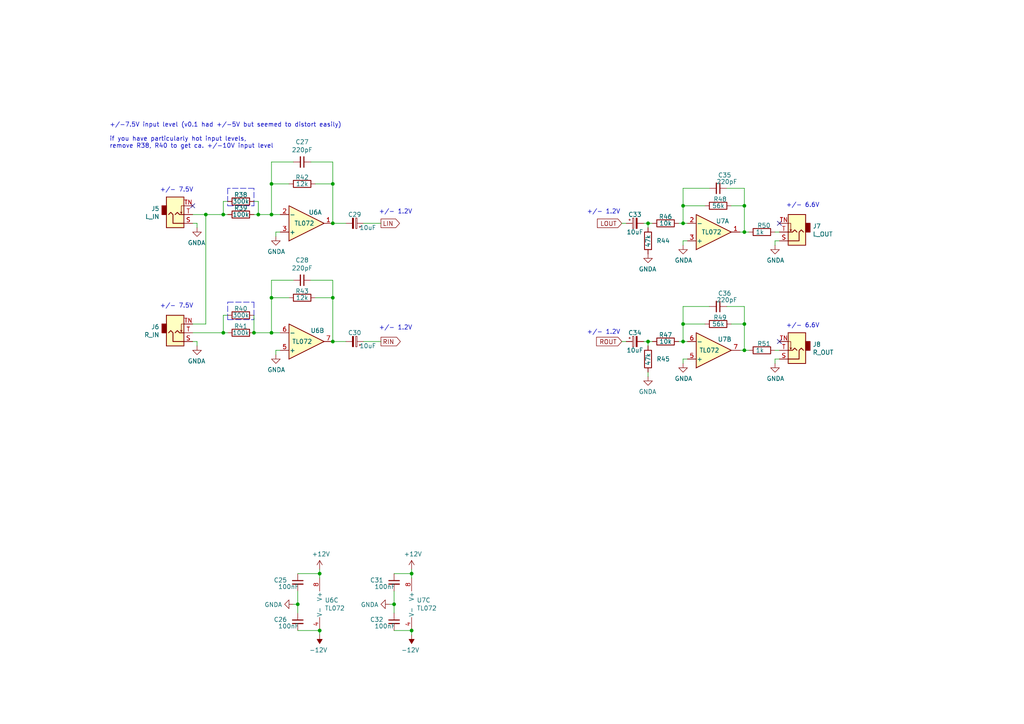
<source format=kicad_sch>
(kicad_sch (version 20211123) (generator eeschema)
  (paper "A4")
  (lib_symbols
    (symbol "Amplifier_Operational:TL072" (pin_names (offset 0.127))
      (property "Reference" "U" (at 0 5.08 0))
      (property "Value" "TL072" (at 0 -5.08 0))
      (symbol "TL072_1_1"
        (polyline (pts (xy -5.08 5.08) (xy 5.08 0) (xy -5.08 -5.08) (xy -5.08 5.08)) (stroke (width 0.254)) (fill (type background)))
        (pin output line (at 7.62 0 180) (length 2.54) (name "~") (number "1"))
        (pin input line (at -7.62 -2.54 0) (length 2.54) (name "-") (number "2"))
        (pin input line (at -7.62 2.54 0) (length 2.54) (name "+") (number "3"))
      )
      (symbol "TL072_2_1"
        (polyline (pts (xy -5.08 5.08) (xy 5.08 0) (xy -5.08 -5.08) (xy -5.08 5.08)) (stroke (width 0.254)) (fill (type background)))
        (pin input line (at -7.62 2.54 0) (length 2.54) (name "+") (number "5"))
        (pin input line (at -7.62 -2.54 0) (length 2.54) (name "-") (number "6"))
        (pin output line (at 7.62 0 180) (length 2.54) (name "~") (number "7"))
      )
      (symbol "TL072_3_1"
        (pin power_in line (at -2.54 -7.62 90) (length 3.81) (name "V-") (number "4"))
        (pin power_in line (at -2.54 7.62 270) (length 3.81) (name "V+") (number "8"))
      )
    )
    (symbol "Connector:AudioJack2_SwitchT"
      (property "Reference" "J" (at 0 8.89 0))
      (property "Value" "AudioJack2_SwitchT" (at 0 6.35 0))
      (symbol "AudioJack2_SwitchT_0_1"
        (rectangle (start -2.54 0) (end -3.81 -2.54) (stroke (width 0.254)) (fill (type outline)))
        (polyline (pts (xy 1.778 -0.254) (xy 2.032 -0.762)))
        (polyline (pts (xy 0 0) (xy 0.635 -0.635) (xy 1.27 0) (xy 2.54 0)) (stroke (width 0.254)))
        (polyline (pts (xy 2.54 -2.54) (xy 1.778 -2.54) (xy 1.778 -0.254) (xy 1.524 -0.762)))
        (polyline (pts (xy 2.54 2.54) (xy -0.635 2.54) (xy -0.635 0) (xy -1.27 -0.635) (xy -1.905 0)) (stroke (width 0.254)))
        (rectangle (start 2.54 3.81) (end -2.54 -5.08) (stroke (width 0.254)) (fill (type background)))
      )
      (symbol "AudioJack2_SwitchT_1_1"
        (pin passive line (at 5.08 2.54 180) (length 2.54) (name "~") (number "S"))
        (pin passive line (at 5.08 0 180) (length 2.54) (name "~") (number "T"))
        (pin passive line (at 5.08 -2.54 180) (length 2.54) (name "~") (number "TN"))
      )
    )
    (symbol "Device:C_Polarized_Small" (pin_numbers hide) (pin_names (offset 0.254) hide)
      (property "Reference" "C" (at 0.254 1.778 0))
      (property "Value" "C_Polarized_Small" (at 0.254 -2.032 0))
      (symbol "C_Polarized_Small_0_1"
        (rectangle (start -1.524 -0.3048) (end 1.524 -0.6858) (fill (type outline)))
        (rectangle (start -1.524 0.6858) (end 1.524 0.3048))
        (polyline (pts (xy -1.27 1.524) (xy -0.762 1.524)))
        (polyline (pts (xy -1.016 1.27) (xy -1.016 1.778)))
      )
      (symbol "C_Polarized_Small_1_1"
        (pin passive line (at 0 2.54 270) (length 1.8542) (name "~") (number "1"))
        (pin passive line (at 0 -2.54 90) (length 1.8542) (name "~") (number "2"))
      )
    )
    (symbol "Device:C_Small" (pin_numbers hide) (pin_names (offset 0.254) hide)
      (property "Reference" "C" (at 0.254 1.778 0))
      (property "Value" "C_Small" (at 0.254 -2.032 0))
      (symbol "C_Small_0_1"
        (polyline (pts (xy -1.524 -0.508) (xy 1.524 -0.508)) (stroke (width 0.3302)))
        (polyline (pts (xy -1.524 0.508) (xy 1.524 0.508)) (stroke (width 0.3048)))
      )
      (symbol "C_Small_1_1"
        (pin passive line (at 0 2.54 270) (length 2.032) (name "~") (number "1"))
        (pin passive line (at 0 -2.54 90) (length 2.032) (name "~") (number "2"))
      )
    )
    (symbol "Device:R" (pin_numbers hide) (pin_names (offset 0))
      (property "Reference" "R" (at 2.032 0 90))
      (property "Value" "R" (at 0 0 90))
      (symbol "R_0_1"
        (rectangle (start -1.016 -2.54) (end 1.016 2.54) (stroke (width 0.254)))
      )
      (symbol "R_1_1"
        (pin passive line (at 0 3.81 270) (length 1.27) (name "~") (number "1"))
        (pin passive line (at 0 -3.81 90) (length 1.27) (name "~") (number "2"))
      )
    )
    (symbol "power:+12V" (power) (pin_names (offset 0))
      (property "Value" "+12V" (at 0 3.556 0))
      (symbol "+12V_0_1"
        (polyline (pts (xy -0.762 1.27) (xy 0 2.54)))
        (polyline (pts (xy 0 0) (xy 0 2.54)))
        (polyline (pts (xy 0 2.54) (xy 0.762 1.27)))
      )
      (symbol "+12V_1_1"
        (pin power_in line (at 0 0 90) (length 0) hide (name "+12V") (number "1"))
      )
    )
    (symbol "power:-12V" (power) (pin_names (offset 0))
      (property "Value" "-12V" (at 0 3.81 0))
      (symbol "-12V_0_0"
        (pin power_in line (at 0 0 90) (length 0) hide (name "-12V") (number "1"))
      )
      (symbol "-12V_0_1"
        (polyline (pts (xy 0 0) (xy 0 1.27) (xy 0.762 1.27) (xy 0 2.54) (xy -0.762 1.27) (xy 0 1.27)) (fill (type outline)))
      )
    )
    (symbol "power:GNDA" (power) (pin_names (offset 0))
      (property "Value" "GNDA" (at 0 -3.81 0))
      (symbol "GNDA_0_1"
        (polyline (pts (xy 0 0) (xy 0 -1.27) (xy 1.27 -1.27) (xy 0 -2.54) (xy -1.27 -1.27) (xy 0 -1.27)))
      )
      (symbol "GNDA_1_1"
        (pin power_in line (at 0 0 270) (length 0) hide (name "GNDA") (number "1"))
      )
    )
  )
  (junction (at 78.74 86.36))
  (junction (at 187.96 99.06))
  (junction (at 78.74 62.23))
  (junction (at 96.52 53.34))
  (junction (at 198.12 93.98))
  (junction (at 96.52 64.77))
  (junction (at 73.66 96.52))
  (junction (at 96.52 99.06))
  (junction (at 215.9 67.31))
  (junction (at 119.38 166.37))
  (junction (at 74.93 62.23))
  (junction (at 78.74 96.52))
  (junction (at 96.52 86.36))
  (junction (at 114.3 175.26))
  (junction (at 198.12 59.69))
  (junction (at 64.77 62.23))
  (junction (at 59.69 62.23))
  (junction (at 119.38 182.88))
  (junction (at 187.96 64.77))
  (junction (at 64.77 96.52))
  (junction (at 198.12 99.06))
  (junction (at 92.71 182.88))
  (junction (at 198.12 64.77))
  (junction (at 86.36 175.26))
  (junction (at 215.9 101.6))
  (junction (at 215.9 93.98))
  (junction (at 215.9 59.69))
  (junction (at 92.71 166.37))
  (junction (at 78.74 53.34))
  (no_connect (at 55.88 59.69))
  (no_connect (at 226.06 99.06))
  (no_connect (at 226.06 64.77))
  (wire (pts (xy 224.79 69.85) (xy 226.06 69.85)))
  (wire (pts (xy 198.12 54.61) (xy 205.74 54.61)))
  (wire (pts (xy 64.77 62.23) (xy 66.04 62.23)))
  (polyline (pts (xy 66.04 59.69) (xy 73.66 59.69)))
  (wire (pts (xy 215.9 67.31) (xy 214.63 67.31)))
  (wire (pts (xy 57.15 100.33) (xy 57.15 99.06)))
  (wire (pts (xy 91.44 53.34) (xy 96.52 53.34)))
  (wire (pts (xy 119.38 182.88) (xy 114.3 182.88)))
  (wire (pts (xy 96.52 81.28) (xy 96.52 86.36)))
  (wire (pts (xy 78.74 62.23) (xy 74.93 62.23)))
  (polyline (pts (xy 66.04 54.61) (xy 66.04 59.69)))
  (wire (pts (xy 80.01 102.87) (xy 80.01 101.6)))
  (wire (pts (xy 198.12 64.77) (xy 196.85 64.77)))
  (wire (pts (xy 78.74 96.52) (xy 81.28 96.52)))
  (polyline (pts (xy 73.66 54.61) (xy 66.04 54.61)))
  (wire (pts (xy 92.71 165.1) (xy 92.71 166.37)))
  (wire (pts (xy 91.44 86.36) (xy 96.52 86.36)))
  (wire (pts (xy 78.74 81.28) (xy 78.74 86.36)))
  (wire (pts (xy 86.36 175.26) (xy 86.36 171.45)))
  (wire (pts (xy 78.74 86.36) (xy 78.74 96.52)))
  (wire (pts (xy 199.39 64.77) (xy 198.12 64.77)))
  (wire (pts (xy 110.49 64.77) (xy 105.41 64.77)))
  (wire (pts (xy 59.69 62.23) (xy 59.69 93.98)))
  (wire (pts (xy 85.09 175.26) (xy 86.36 175.26)))
  (wire (pts (xy 189.23 64.77) (xy 187.96 64.77)))
  (wire (pts (xy 96.52 86.36) (xy 96.52 99.06)))
  (wire (pts (xy 187.96 64.77) (xy 187.96 66.04)))
  (wire (pts (xy 110.49 99.06) (xy 105.41 99.06)))
  (wire (pts (xy 215.9 88.9) (xy 215.9 93.98)))
  (wire (pts (xy 198.12 105.41) (xy 198.12 104.14)))
  (wire (pts (xy 66.04 91.44) (xy 64.77 91.44)))
  (wire (pts (xy 224.79 71.12) (xy 224.79 69.85)))
  (wire (pts (xy 119.38 184.15) (xy 119.38 182.88)))
  (wire (pts (xy 92.71 184.15) (xy 92.71 182.88)))
  (wire (pts (xy 198.12 93.98) (xy 198.12 88.9)))
  (wire (pts (xy 78.74 53.34) (xy 78.74 62.23)))
  (wire (pts (xy 215.9 54.61) (xy 215.9 59.69)))
  (wire (pts (xy 224.79 104.14) (xy 226.06 104.14)))
  (wire (pts (xy 57.15 64.77) (xy 55.88 64.77)))
  (polyline (pts (xy 73.66 59.69) (xy 73.66 54.61)))
  (wire (pts (xy 198.12 99.06) (xy 198.12 93.98)))
  (wire (pts (xy 80.01 67.31) (xy 81.28 67.31)))
  (wire (pts (xy 86.36 177.8) (xy 86.36 175.26)))
  (wire (pts (xy 198.12 69.85) (xy 199.39 69.85)))
  (wire (pts (xy 74.93 62.23) (xy 73.66 62.23)))
  (wire (pts (xy 215.9 93.98) (xy 215.9 101.6)))
  (wire (pts (xy 198.12 59.69) (xy 198.12 54.61)))
  (wire (pts (xy 78.74 46.99) (xy 85.09 46.99)))
  (wire (pts (xy 113.03 175.26) (xy 114.3 175.26)))
  (wire (pts (xy 186.69 64.77) (xy 187.96 64.77)))
  (wire (pts (xy 198.12 88.9) (xy 205.74 88.9)))
  (wire (pts (xy 215.9 59.69) (xy 215.9 67.31)))
  (wire (pts (xy 114.3 166.37) (xy 119.38 166.37)))
  (wire (pts (xy 57.15 99.06) (xy 55.88 99.06)))
  (wire (pts (xy 198.12 59.69) (xy 204.47 59.69)))
  (wire (pts (xy 198.12 104.14) (xy 199.39 104.14)))
  (wire (pts (xy 73.66 58.42) (xy 74.93 58.42)))
  (wire (pts (xy 57.15 66.04) (xy 57.15 64.77)))
  (wire (pts (xy 78.74 53.34) (xy 78.74 46.99)))
  (wire (pts (xy 78.74 62.23) (xy 81.28 62.23)))
  (wire (pts (xy 78.74 81.28) (xy 85.09 81.28)))
  (wire (pts (xy 215.9 101.6) (xy 217.17 101.6)))
  (wire (pts (xy 90.17 81.28) (xy 96.52 81.28)))
  (polyline (pts (xy 66.04 92.71) (xy 66.04 87.63)))
  (wire (pts (xy 86.36 166.37) (xy 92.71 166.37)))
  (wire (pts (xy 210.82 88.9) (xy 215.9 88.9)))
  (wire (pts (xy 96.52 46.99) (xy 96.52 53.34)))
  (wire (pts (xy 78.74 96.52) (xy 73.66 96.52)))
  (wire (pts (xy 181.61 99.06) (xy 180.34 99.06)))
  (wire (pts (xy 215.9 101.6) (xy 214.63 101.6)))
  (wire (pts (xy 59.69 62.23) (xy 64.77 62.23)))
  (wire (pts (xy 198.12 71.12) (xy 198.12 69.85)))
  (wire (pts (xy 74.93 58.42) (xy 74.93 62.23)))
  (polyline (pts (xy 73.66 87.63) (xy 73.66 92.71)))
  (wire (pts (xy 187.96 107.95) (xy 187.96 109.22)))
  (wire (pts (xy 55.88 96.52) (xy 64.77 96.52)))
  (wire (pts (xy 198.12 64.77) (xy 198.12 59.69)))
  (polyline (pts (xy 66.04 87.63) (xy 73.66 87.63)))
  (wire (pts (xy 90.17 46.99) (xy 96.52 46.99)))
  (wire (pts (xy 186.69 99.06) (xy 187.96 99.06)))
  (wire (pts (xy 92.71 166.37) (xy 92.71 167.64)))
  (wire (pts (xy 181.61 64.77) (xy 180.34 64.77)))
  (wire (pts (xy 83.82 53.34) (xy 78.74 53.34)))
  (wire (pts (xy 189.23 99.06) (xy 187.96 99.06)))
  (wire (pts (xy 92.71 182.88) (xy 86.36 182.88)))
  (wire (pts (xy 187.96 99.06) (xy 187.96 100.33)))
  (wire (pts (xy 212.09 59.69) (xy 215.9 59.69)))
  (wire (pts (xy 100.33 99.06) (xy 96.52 99.06)))
  (wire (pts (xy 80.01 68.58) (xy 80.01 67.31)))
  (wire (pts (xy 64.77 91.44) (xy 64.77 96.52)))
  (wire (pts (xy 100.33 64.77) (xy 96.52 64.77)))
  (wire (pts (xy 215.9 67.31) (xy 217.17 67.31)))
  (wire (pts (xy 64.77 96.52) (xy 66.04 96.52)))
  (wire (pts (xy 212.09 93.98) (xy 215.9 93.98)))
  (wire (pts (xy 64.77 58.42) (xy 64.77 62.23)))
  (wire (pts (xy 224.79 105.41) (xy 224.79 104.14)))
  (wire (pts (xy 80.01 101.6) (xy 81.28 101.6)))
  (wire (pts (xy 224.79 101.6) (xy 226.06 101.6)))
  (wire (pts (xy 119.38 165.1) (xy 119.38 166.37)))
  (wire (pts (xy 210.82 54.61) (xy 215.9 54.61)))
  (wire (pts (xy 66.04 58.42) (xy 64.77 58.42)))
  (wire (pts (xy 119.38 166.37) (xy 119.38 167.64)))
  (wire (pts (xy 59.69 93.98) (xy 55.88 93.98)))
  (wire (pts (xy 83.82 86.36) (xy 78.74 86.36)))
  (wire (pts (xy 224.79 67.31) (xy 226.06 67.31)))
  (wire (pts (xy 114.3 177.8) (xy 114.3 175.26)))
  (wire (pts (xy 55.88 62.23) (xy 59.69 62.23)))
  (wire (pts (xy 198.12 93.98) (xy 204.47 93.98)))
  (wire (pts (xy 114.3 175.26) (xy 114.3 171.45)))
  (polyline (pts (xy 66.04 92.71) (xy 73.66 92.71)))
  (wire (pts (xy 73.66 91.44) (xy 73.66 96.52)))
  (wire (pts (xy 198.12 99.06) (xy 196.85 99.06)))
  (wire (pts (xy 96.52 53.34) (xy 96.52 64.77)))
  (wire (pts (xy 199.39 99.06) (xy 198.12 99.06)))
  (text "+/- 7.5V" (at 46.355 55.88 0) (effects (font (size 1.27 1.27)) (justify left bottom)))
  (text "+/-7.5V input level (v0.1 had +/-5V but seemed to distort easily)\n\nif you have particularly hot input levels,\nremove R38, R40 to get ca. +/-10V input level" (at 31.75 43.18 0) (effects (font (size 1.27 1.27)) (justify left bottom)))
  (text "+/- 1.2V" (at 170.18 97.155 0) (effects (font (size 1.27 1.27)) (justify left bottom)))
  (text "+/- 1.2V" (at 170.18 62.23 0) (effects (font (size 1.27 1.27)) (justify left bottom)))
  (text "+/- 7.5V" (at 46.355 89.535 0) (effects (font (size 1.27 1.27)) (justify left bottom)))
  (text "+/- 6.6V" (at 227.965 95.25 0) (effects (font (size 1.27 1.27)) (justify left bottom)))
  (text "+/- 1.2V" (at 109.855 62.23 0) (effects (font (size 1.27 1.27)) (justify left bottom)))
  (text "+/- 6.6V" (at 227.965 60.325 0) (effects (font (size 1.27 1.27)) (justify left bottom)))
  (text "+/- 1.2V" (at 109.855 95.885 0) (effects (font (size 1.27 1.27)) (justify left bottom)))
  (global_label "RIN" (shape output) (at 110.49 99.06 0) (property "Intersheet References" "${INTERSHEET_REFS}" (effects hide)))
  (global_label "LIN" (shape output) (at 110.49 64.77 0) (property "Intersheet References" "${INTERSHEET_REFS}" (effects hide)))
  (global_label "LOUT" (shape input) (at 180.34 64.77 180) (property "Intersheet References" "${INTERSHEET_REFS}" (effects hide)))
  (global_label "ROUT" (shape input) (at 180.34 99.06 180) (property "Intersheet References" "${INTERSHEET_REFS}" (effects hide)))
  (symbol (lib_id "Amplifier_Operational:TL072") (at 88.9 99.06 0) (mirror x) (unit 2)
    (property "Reference" "U6" (at 92.075 95.885 0))
    (property "Value" "TL072" (at 87.63 99.06 0))
    (property "Footprint" "Package_SO:SOIC-8_3.9x4.9mm_P1.27mm" (effects hide))
    (property "Datasheet" "http://www.ti.com/lit/ds/symlink/tl071.pdf" (effects hide))
    (property "LCSC" "C6961" (effects hide))
  )
  (symbol (lib_id "Device:R") (at 69.85 91.44 90) (mirror x) (unit 1)
    (property "Reference" "R40" (at 69.85 89.535 90))
    (property "Value" "300k" (at 69.85 91.44 90))
    (property "Footprint" "Resistor_SMD:R_0603_1608Metric" (effects hide))
    (property "LCSC" "C25803" (effects hide))
  )
  (symbol (lib_id "Device:R") (at 69.85 58.42 90) (mirror x) (unit 1)
    (property "Reference" "R38" (at 69.85 56.515 90))
    (property "Value" "300k" (at 69.85 58.42 90))
    (property "Footprint" "Resistor_SMD:R_0603_1608Metric" (effects hide))
    (property "LCSC" "C25803" (effects hide))
  )
  (symbol (lib_id "Device:C_Small") (at 87.63 46.99 270) (unit 1)
    (property "Reference" "C27" (at 87.63 41.1734 90))
    (property "Value" "220pF" (at 87.63 43.4848 90))
    (property "Footprint" "Capacitor_SMD:C_0603_1608Metric" (effects hide))
    (property "LCSC" "C1603" (effects hide))
  )
  (symbol (lib_id "Device:C_Small") (at 87.63 81.28 270) (unit 1)
    (property "Reference" "C28" (at 87.63 75.4634 90))
    (property "Value" "220pF" (at 87.63 77.7748 90))
    (property "Footprint" "Capacitor_SMD:C_0603_1608Metric" (effects hide))
    (property "LCSC" "C1603" (effects hide))
  )
  (symbol (lib_id "Amplifier_Operational:TL072") (at 95.25 175.26 0) (unit 3)
    (property "Reference" "U6" (at 94.1832 174.0916 0) (effects (justify left)))
    (property "Value" "TL072" (at 94.1832 176.403 0) (effects (justify left)))
    (property "Footprint" "Package_SO:SOIC-8_3.9x4.9mm_P1.27mm" (effects hide))
    (property "Datasheet" "http://www.ti.com/lit/ds/symlink/tl071.pdf" (effects hide))
    (property "LCSC" "C6961" (effects hide))
  )
  (symbol (lib_id "Device:C_Small") (at 86.36 168.91 0) (unit 1)
    (property "Reference" "C25" (at 79.375 168.275 0) (effects (justify left)))
    (property "Value" "100nF" (at 80.645 170.18 0) (effects (justify left)))
    (property "Footprint" "Capacitor_SMD:C_0603_1608Metric" (effects hide))
    (property "LCSC" "C14663" (effects hide))
  )
  (symbol (lib_id "power:+12V") (at 92.71 165.1 0) (unit 1)
    (property "Reference" "#PWR065" (effects hide))
    (property "Value" "+12V" (at 93.091 160.7058 0))
  )
  (symbol (lib_id "power:-12V") (at 92.71 184.15 180) (unit 1)
    (property "Reference" "#PWR066" (effects hide))
    (property "Value" "-12V" (at 92.329 188.5442 0))
  )
  (symbol (lib_id "Amplifier_Operational:TL072") (at 121.92 175.26 0) (unit 3)
    (property "Reference" "U7" (at 120.8532 174.0916 0) (effects (justify left)))
    (property "Value" "TL072" (at 120.8532 176.403 0) (effects (justify left)))
    (property "Footprint" "Package_SO:SOIC-8_3.9x4.9mm_P1.27mm" (effects hide))
    (property "Datasheet" "http://www.ti.com/lit/ds/symlink/tl071.pdf" (effects hide))
    (property "LCSC" "C6961" (effects hide))
  )
  (symbol (lib_id "Device:C_Small") (at 86.36 180.34 0) (unit 1)
    (property "Reference" "C26" (at 79.375 179.705 0) (effects (justify left)))
    (property "Value" "100nF" (at 80.645 181.61 0) (effects (justify left)))
    (property "Footprint" "Capacitor_SMD:C_0603_1608Metric" (effects hide))
    (property "LCSC" "C14663" (effects hide))
  )
  (symbol (lib_id "power:+12V") (at 119.38 165.1 0) (unit 1)
    (property "Reference" "#PWR068" (effects hide))
    (property "Value" "+12V" (at 119.761 160.7058 0))
  )
  (symbol (lib_id "power:-12V") (at 119.38 184.15 180) (unit 1)
    (property "Reference" "#PWR069" (effects hide))
    (property "Value" "-12V" (at 118.999 188.5442 0))
  )
  (symbol (lib_id "power:GNDA") (at 85.09 175.26 270) (unit 1)
    (property "Reference" "#PWR064" (effects hide))
    (property "Value" "GNDA" (at 81.8642 175.387 90) (effects (justify right)))
  )
  (symbol (lib_id "Device:C_Small") (at 114.3 168.91 0) (unit 1)
    (property "Reference" "C31" (at 107.315 168.275 0) (effects (justify left)))
    (property "Value" "100nF" (at 108.585 170.18 0) (effects (justify left)))
    (property "Footprint" "Capacitor_SMD:C_0603_1608Metric" (effects hide))
    (property "LCSC" "C14663" (effects hide))
  )
  (symbol (lib_id "Device:C_Small") (at 114.3 180.34 0) (unit 1)
    (property "Reference" "C32" (at 107.315 179.705 0) (effects (justify left)))
    (property "Value" "100nF" (at 108.585 181.61 0) (effects (justify left)))
    (property "Footprint" "Capacitor_SMD:C_0603_1608Metric" (effects hide))
    (property "LCSC" "C14663" (effects hide))
  )
  (symbol (lib_id "power:GNDA") (at 113.03 175.26 270) (unit 1)
    (property "Reference" "#PWR067" (effects hide))
    (property "Value" "GNDA" (at 109.8042 175.387 90) (effects (justify right)))
  )
  (symbol (lib_id "Device:C_Polarized_Small") (at 102.87 64.77 270) (mirror x) (unit 1)
    (property "Reference" "C29" (at 102.87 62.23 90))
    (property "Value" "10uF" (at 106.68 66.04 90))
    (property "Footprint" "Capacitor_SMD:CP_Elec_4x5.4" (effects hide))
    (property "LCSC" "C249817" (effects hide))
  )
  (symbol (lib_id "power:GNDA") (at 187.96 73.66 0) (mirror y) (unit 1)
    (property "Reference" "#PWR070" (effects hide))
    (property "Value" "GNDA" (at 187.833 78.0542 0))
  )
  (symbol (lib_id "Device:R") (at 187.96 69.85 0) (mirror y) (unit 1)
    (property "Reference" "R44" (at 194.31 69.85 0) (effects (justify left)))
    (property "Value" "47k" (at 187.96 71.755 90) (effects (justify left)))
    (property "Footprint" "Resistor_SMD:R_0603_1608Metric" (effects hide))
    (property "LCSC" "C25819" (effects hide))
  )
  (symbol (lib_id "Device:C_Polarized_Small") (at 184.15 64.77 90) (mirror x) (unit 1)
    (property "Reference" "C33" (at 184.15 62.23 90))
    (property "Value" "10uF" (at 184.15 67.31 90))
    (property "Footprint" "Capacitor_SMD:CP_Elec_4x5.4" (effects hide))
    (property "LCSC" "C249817" (effects hide))
  )
  (symbol (lib_id "Device:R") (at 193.04 64.77 90) (mirror x) (unit 1)
    (property "Reference" "R46" (at 193.04 62.865 90))
    (property "Value" "10k" (at 193.04 64.77 90))
    (property "Footprint" "Resistor_SMD:R_0603_1608Metric" (effects hide))
    (property "LCSC" "C25804" (effects hide))
  )
  (symbol (lib_id "Amplifier_Operational:TL072") (at 207.01 67.31 0) (mirror x) (unit 1)
    (property "Reference" "U7" (at 209.55 64.135 0))
    (property "Value" "TL072" (at 206.375 67.31 0))
    (property "Footprint" "Package_SO:SOIC-8_3.9x4.9mm_P1.27mm" (effects hide))
    (property "Datasheet" "http://www.ti.com/lit/ds/symlink/tl071.pdf" (effects hide))
    (property "LCSC" "C6961" (effects hide))
  )
  (symbol (lib_id "Device:R") (at 208.28 59.69 90) (mirror x) (unit 1)
    (property "Reference" "R48" (at 210.82 57.785 90) (effects (justify left)))
    (property "Value" "56k" (at 210.185 59.69 90) (effects (justify left)))
    (property "Footprint" "Resistor_SMD:R_0603_1608Metric" (effects hide))
    (property "LCSC" "C23206" (effects hide))
  )
  (symbol (lib_id "power:GNDA") (at 198.12 71.12 0) (unit 1)
    (property "Reference" "#PWR072" (effects hide))
    (property "Value" "GNDA" (at 198.247 75.5142 0))
  )
  (symbol (lib_id "Device:R") (at 220.98 67.31 90) (mirror x) (unit 1)
    (property "Reference" "R50" (at 223.52 65.405 90) (effects (justify left)))
    (property "Value" "1k" (at 221.615 67.31 90) (effects (justify left)))
    (property "Footprint" "Resistor_SMD:R_0603_1608Metric" (effects hide))
    (property "LCSC" "C21190" (effects hide))
  )
  (symbol (lib_id "Device:C_Small") (at 208.28 54.61 270) (unit 1)
    (property "Reference" "C35" (at 210.185 50.8 90))
    (property "Value" "220pF" (at 210.82 52.705 90))
    (property "Footprint" "Capacitor_SMD:C_0603_1608Metric" (effects hide))
    (property "LCSC" "C1603" (effects hide))
  )
  (symbol (lib_id "power:GNDA") (at 224.79 71.12 0) (unit 1)
    (property "Reference" "#PWR074" (effects hide))
    (property "Value" "GNDA" (at 224.917 75.5142 0))
  )
  (symbol (lib_id "Connector:AudioJack2_SwitchT") (at 231.14 67.31 180) (unit 1)
    (property "Reference" "J7" (at 235.712 65.6082 0) (effects (justify right)))
    (property "Value" "L_OUT" (at 235.712 67.9196 0) (effects (justify right)))
    (property "Footprint" "foots:WQP-PJ301M" (effects hide))
    (property "LCSC" "-" (effects hide))
  )
  (symbol (lib_id "power:GNDA") (at 187.96 109.22 0) (mirror y) (unit 1)
    (property "Reference" "#PWR071" (effects hide))
    (property "Value" "GNDA" (at 187.833 113.6142 0))
  )
  (symbol (lib_id "Device:R") (at 187.96 104.14 0) (mirror y) (unit 1)
    (property "Reference" "R45" (at 194.31 104.14 0) (effects (justify left)))
    (property "Value" "47k" (at 187.96 106.045 90) (effects (justify left)))
    (property "Footprint" "Resistor_SMD:R_0603_1608Metric" (effects hide))
    (property "LCSC" "C25819" (effects hide))
  )
  (symbol (lib_id "Device:C_Polarized_Small") (at 184.15 99.06 90) (mirror x) (unit 1)
    (property "Reference" "C34" (at 184.15 96.52 90))
    (property "Value" "10uF" (at 184.15 101.6 90))
    (property "Footprint" "Capacitor_SMD:CP_Elec_4x5.4" (effects hide))
    (property "LCSC" "C249817" (effects hide))
  )
  (symbol (lib_id "Device:R") (at 193.04 99.06 90) (mirror x) (unit 1)
    (property "Reference" "R47" (at 193.04 97.155 90))
    (property "Value" "10k" (at 193.04 99.06 90))
    (property "Footprint" "Resistor_SMD:R_0603_1608Metric" (effects hide))
    (property "LCSC" "C25804" (effects hide))
  )
  (symbol (lib_id "Device:R") (at 208.28 93.98 90) (mirror x) (unit 1)
    (property "Reference" "R49" (at 210.82 92.075 90) (effects (justify left)))
    (property "Value" "56k" (at 210.185 93.98 90) (effects (justify left)))
    (property "Footprint" "Resistor_SMD:R_0603_1608Metric" (effects hide))
    (property "LCSC" "C23206" (effects hide))
  )
  (symbol (lib_id "power:GNDA") (at 198.12 105.41 0) (unit 1)
    (property "Reference" "#PWR073" (effects hide))
    (property "Value" "GNDA" (at 198.247 109.8042 0))
  )
  (symbol (lib_id "Device:R") (at 220.98 101.6 90) (mirror x) (unit 1)
    (property "Reference" "R51" (at 223.52 99.695 90) (effects (justify left)))
    (property "Value" "1k" (at 221.615 101.6 90) (effects (justify left)))
    (property "Footprint" "Resistor_SMD:R_0603_1608Metric" (effects hide))
    (property "LCSC" "C21190" (effects hide))
  )
  (symbol (lib_id "Device:C_Small") (at 208.28 88.9 270) (unit 1)
    (property "Reference" "C36" (at 210.185 85.09 90))
    (property "Value" "220pF" (at 210.82 86.995 90))
    (property "Footprint" "Capacitor_SMD:C_0603_1608Metric" (effects hide))
    (property "LCSC" "C1603" (effects hide))
  )
  (symbol (lib_id "power:GNDA") (at 224.79 105.41 0) (unit 1)
    (property "Reference" "#PWR075" (effects hide))
    (property "Value" "GNDA" (at 224.917 109.8042 0))
  )
  (symbol (lib_id "Connector:AudioJack2_SwitchT") (at 231.14 101.6 180) (unit 1)
    (property "Reference" "J8" (at 235.712 99.8982 0) (effects (justify right)))
    (property "Value" "R_OUT" (at 235.712 102.2096 0) (effects (justify right)))
    (property "Footprint" "foots:WQP-PJ301M" (effects hide))
    (property "LCSC" "-" (effects hide))
  )
  (symbol (lib_id "Amplifier_Operational:TL072") (at 207.01 101.6 0) (mirror x) (unit 2)
    (property "Reference" "U7" (at 210.185 98.425 0))
    (property "Value" "TL072" (at 205.74 101.6 0))
    (property "Footprint" "Package_SO:SOIC-8_3.9x4.9mm_P1.27mm" (effects hide))
    (property "Datasheet" "http://www.ti.com/lit/ds/symlink/tl071.pdf" (effects hide))
    (property "LCSC" "C6961" (effects hide))
  )
  (symbol (lib_id "power:GNDA") (at 57.15 66.04 0) (mirror y) (unit 1)
    (property "Reference" "#PWR060" (effects hide))
    (property "Value" "GNDA" (at 57.023 70.4342 0))
  )
  (symbol (lib_id "Connector:AudioJack2_SwitchT") (at 50.8 62.23 0) (mirror x) (unit 1)
    (property "Reference" "J5" (at 46.2534 60.5282 0) (effects (justify right)))
    (property "Value" "L_IN" (at 46.2534 62.8396 0) (effects (justify right)))
    (property "Footprint" "foots:WQP-PJ301M" (effects hide))
    (property "LCSC" "-" (effects hide))
  )
  (symbol (lib_id "Device:R") (at 69.85 62.23 90) (mirror x) (unit 1)
    (property "Reference" "R39" (at 69.85 60.325 90))
    (property "Value" "100k" (at 69.85 62.23 90))
    (property "Footprint" "Resistor_SMD:R_0603_1608Metric" (effects hide))
    (property "LCSC" "C25803" (effects hide))
  )
  (symbol (lib_id "Device:R") (at 87.63 53.34 90) (mirror x) (unit 1)
    (property "Reference" "R42" (at 87.63 51.435 90))
    (property "Value" "12k" (at 87.63 53.34 90))
    (property "Footprint" "Resistor_SMD:R_0603_1608Metric" (effects hide))
    (property "LCSC" "C25804" (effects hide))
  )
  (symbol (lib_id "Amplifier_Operational:TL072") (at 88.9 64.77 0) (mirror x) (unit 1)
    (property "Reference" "U6" (at 91.44 61.595 0))
    (property "Value" "TL072" (at 88.265 64.77 0))
    (property "Footprint" "Package_SO:SOIC-8_3.9x4.9mm_P1.27mm" (effects hide))
    (property "Datasheet" "http://www.ti.com/lit/ds/symlink/tl071.pdf" (effects hide))
    (property "LCSC" "C6961" (effects hide))
  )
  (symbol (lib_id "power:GNDA") (at 80.01 68.58 0) (unit 1)
    (property "Reference" "#PWR062" (effects hide))
    (property "Value" "GNDA" (at 80.137 72.9742 0))
  )
  (symbol (lib_id "Device:C_Polarized_Small") (at 102.87 99.06 270) (mirror x) (unit 1)
    (property "Reference" "C30" (at 102.87 96.52 90))
    (property "Value" "10uF" (at 106.68 100.33 90))
    (property "Footprint" "Capacitor_SMD:CP_Elec_4x5.4" (effects hide))
    (property "LCSC" "C249817" (effects hide))
  )
  (symbol (lib_id "power:GNDA") (at 57.15 100.33 0) (mirror y) (unit 1)
    (property "Reference" "#PWR061" (effects hide))
    (property "Value" "GNDA" (at 57.023 104.7242 0))
  )
  (symbol (lib_id "Connector:AudioJack2_SwitchT") (at 50.8 96.52 0) (mirror x) (unit 1)
    (property "Reference" "J6" (at 46.228 94.8182 0) (effects (justify right)))
    (property "Value" "R_IN" (at 46.228 97.1296 0) (effects (justify right)))
    (property "Footprint" "foots:WQP-PJ301M" (effects hide))
    (property "LCSC" "-" (effects hide))
  )
  (symbol (lib_id "Device:R") (at 69.85 96.52 90) (mirror x) (unit 1)
    (property "Reference" "R41" (at 69.85 94.615 90))
    (property "Value" "100k" (at 69.85 96.52 90))
    (property "Footprint" "Resistor_SMD:R_0603_1608Metric" (effects hide))
    (property "LCSC" "C25803" (effects hide))
  )
  (symbol (lib_id "Device:R") (at 87.63 86.36 90) (mirror x) (unit 1)
    (property "Reference" "R43" (at 87.63 84.455 90))
    (property "Value" "12k" (at 87.63 86.36 90))
    (property "Footprint" "Resistor_SMD:R_0603_1608Metric" (effects hide))
    (property "LCSC" "C25804" (effects hide))
  )
  (symbol (lib_id "power:GNDA") (at 80.01 102.87 0) (unit 1)
    (property "Reference" "#PWR063" (effects hide))
    (property "Value" "GNDA" (at 80.137 107.2642 0))
  )
)
</source>
